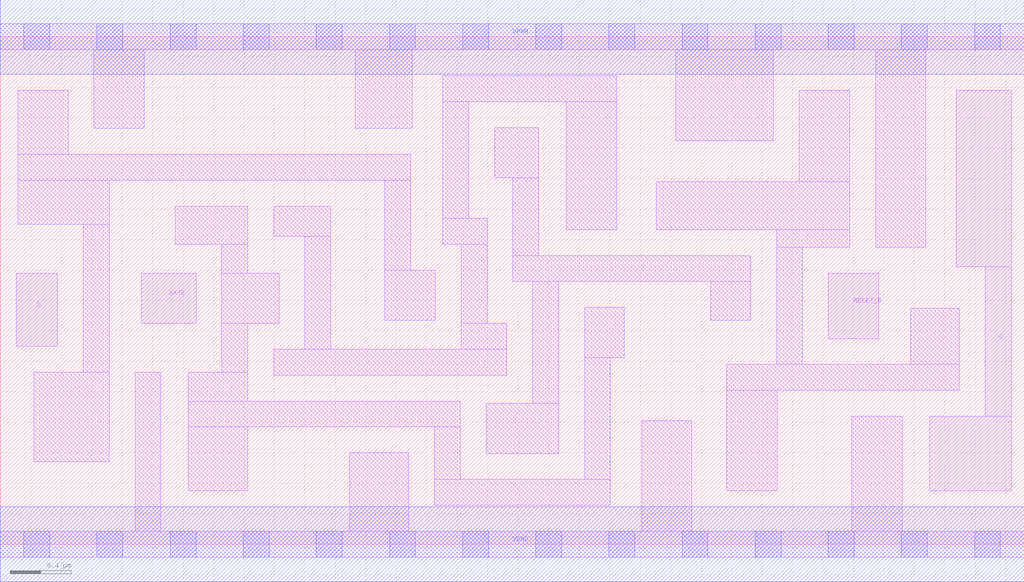
<source format=lef>
# Copyright 2020 The SkyWater PDK Authors
#
# Licensed under the Apache License, Version 2.0 (the "License");
# you may not use this file except in compliance with the License.
# You may obtain a copy of the License at
#
#     https://www.apache.org/licenses/LICENSE-2.0
#
# Unless required by applicable law or agreed to in writing, software
# distributed under the License is distributed on an "AS IS" BASIS,
# WITHOUT WARRANTIES OR CONDITIONS OF ANY KIND, either express or implied.
# See the License for the specific language governing permissions and
# limitations under the License.
#
# SPDX-License-Identifier: Apache-2.0

VERSION 5.7 ;
  NOWIREEXTENSIONATPIN ON ;
  DIVIDERCHAR "/" ;
  BUSBITCHARS "[]" ;
UNITS
  DATABASE MICRONS 200 ;
END UNITS
MACRO sky130_fd_sc_ms__dlrtp_1
  CLASS CORE ;
  FOREIGN sky130_fd_sc_ms__dlrtp_1 ;
  ORIGIN  0.000000  0.000000 ;
  SIZE  6.720000 BY  3.330000 ;
  SYMMETRY X Y ;
  SITE unit ;
  PIN D
    ANTENNAGATEAREA  0.233700 ;
    DIRECTION INPUT ;
    USE SIGNAL ;
    PORT
      LAYER li1 ;
        RECT 0.105000 1.300000 0.375000 1.780000 ;
    END
  END D
  PIN Q
    ANTENNADIFFAREA  0.524500 ;
    DIRECTION OUTPUT ;
    USE SIGNAL ;
    PORT
      LAYER li1 ;
        RECT 6.100000 0.350000 6.635000 0.840000 ;
        RECT 6.275000 1.820000 6.635000 2.980000 ;
        RECT 6.465000 0.840000 6.635000 1.820000 ;
    END
  END Q
  PIN RESET_B
    ANTENNAGATEAREA  0.291000 ;
    DIRECTION INPUT ;
    USE SIGNAL ;
    PORT
      LAYER li1 ;
        RECT 5.435000 1.350000 5.765000 1.780000 ;
    END
  END RESET_B
  PIN GATE
    ANTENNAGATEAREA  0.262200 ;
    DIRECTION INPUT ;
    USE CLOCK ;
    PORT
      LAYER li1 ;
        RECT 0.930000 1.450000 1.285000 1.780000 ;
    END
  END GATE
  PIN VGND
    DIRECTION INOUT ;
    USE GROUND ;
    PORT
      LAYER met1 ;
        RECT 0.000000 -0.245000 6.720000 0.245000 ;
    END
  END VGND
  PIN VPWR
    DIRECTION INOUT ;
    USE POWER ;
    PORT
      LAYER met1 ;
        RECT 0.000000 3.085000 6.720000 3.575000 ;
    END
  END VPWR
  OBS
    LAYER li1 ;
      RECT 0.000000 -0.085000 6.720000 0.085000 ;
      RECT 0.000000  3.245000 6.720000 3.415000 ;
      RECT 0.115000  2.100000 0.715000 2.390000 ;
      RECT 0.115000  2.390000 2.695000 2.560000 ;
      RECT 0.115000  2.560000 0.445000 2.980000 ;
      RECT 0.220000  0.540000 0.715000 1.130000 ;
      RECT 0.545000  1.130000 0.715000 2.100000 ;
      RECT 0.615000  2.730000 0.945000 3.245000 ;
      RECT 0.885000  0.085000 1.055000 1.130000 ;
      RECT 1.150000  1.970000 1.625000 2.220000 ;
      RECT 1.235000  0.350000 1.625000 0.770000 ;
      RECT 1.235000  0.770000 3.020000 0.940000 ;
      RECT 1.235000  0.940000 1.625000 1.130000 ;
      RECT 1.455000  1.130000 1.625000 1.450000 ;
      RECT 1.455000  1.450000 1.830000 1.780000 ;
      RECT 1.455000  1.780000 1.625000 1.970000 ;
      RECT 1.795000  1.110000 3.325000 1.280000 ;
      RECT 1.795000  2.020000 2.170000 2.220000 ;
      RECT 2.000000  1.280000 2.170000 2.020000 ;
      RECT 2.295000  0.085000 2.680000 0.600000 ;
      RECT 2.330000  2.730000 2.705000 3.245000 ;
      RECT 2.525000  1.470000 2.855000 1.800000 ;
      RECT 2.525000  1.800000 2.695000 2.390000 ;
      RECT 2.850000  0.255000 4.005000 0.425000 ;
      RECT 2.850000  0.425000 3.020000 0.770000 ;
      RECT 2.905000  1.970000 3.195000 2.140000 ;
      RECT 2.905000  2.140000 3.075000 2.905000 ;
      RECT 2.905000  2.905000 4.045000 3.075000 ;
      RECT 3.025000  1.280000 3.325000 1.450000 ;
      RECT 3.025000  1.450000 3.195000 1.970000 ;
      RECT 3.190000  0.595000 3.665000 0.925000 ;
      RECT 3.245000  2.405000 3.535000 2.735000 ;
      RECT 3.365000  1.725000 4.925000 1.895000 ;
      RECT 3.365000  1.895000 3.535000 2.405000 ;
      RECT 3.495000  0.925000 3.665000 1.725000 ;
      RECT 3.715000  2.065000 4.045000 2.905000 ;
      RECT 3.835000  0.425000 4.005000 1.225000 ;
      RECT 3.835000  1.225000 4.095000 1.555000 ;
      RECT 4.210000  0.085000 4.540000 0.810000 ;
      RECT 4.305000  2.065000 5.575000 2.380000 ;
      RECT 4.435000  2.650000 5.075000 3.245000 ;
      RECT 4.665000  1.470000 4.925000 1.725000 ;
      RECT 4.770000  0.350000 5.100000 1.010000 ;
      RECT 4.770000  1.010000 6.295000 1.180000 ;
      RECT 5.095000  1.180000 5.265000 1.950000 ;
      RECT 5.095000  1.950000 5.575000 2.065000 ;
      RECT 5.245000  2.380000 5.575000 2.980000 ;
      RECT 5.590000  0.085000 5.920000 0.840000 ;
      RECT 5.745000  1.950000 6.075000 3.245000 ;
      RECT 5.975000  1.180000 6.295000 1.550000 ;
    LAYER mcon ;
      RECT 0.155000 -0.085000 0.325000 0.085000 ;
      RECT 0.155000  3.245000 0.325000 3.415000 ;
      RECT 0.635000 -0.085000 0.805000 0.085000 ;
      RECT 0.635000  3.245000 0.805000 3.415000 ;
      RECT 1.115000 -0.085000 1.285000 0.085000 ;
      RECT 1.115000  3.245000 1.285000 3.415000 ;
      RECT 1.595000 -0.085000 1.765000 0.085000 ;
      RECT 1.595000  3.245000 1.765000 3.415000 ;
      RECT 2.075000 -0.085000 2.245000 0.085000 ;
      RECT 2.075000  3.245000 2.245000 3.415000 ;
      RECT 2.555000 -0.085000 2.725000 0.085000 ;
      RECT 2.555000  3.245000 2.725000 3.415000 ;
      RECT 3.035000 -0.085000 3.205000 0.085000 ;
      RECT 3.035000  3.245000 3.205000 3.415000 ;
      RECT 3.515000 -0.085000 3.685000 0.085000 ;
      RECT 3.515000  3.245000 3.685000 3.415000 ;
      RECT 3.995000 -0.085000 4.165000 0.085000 ;
      RECT 3.995000  3.245000 4.165000 3.415000 ;
      RECT 4.475000 -0.085000 4.645000 0.085000 ;
      RECT 4.475000  3.245000 4.645000 3.415000 ;
      RECT 4.955000 -0.085000 5.125000 0.085000 ;
      RECT 4.955000  3.245000 5.125000 3.415000 ;
      RECT 5.435000 -0.085000 5.605000 0.085000 ;
      RECT 5.435000  3.245000 5.605000 3.415000 ;
      RECT 5.915000 -0.085000 6.085000 0.085000 ;
      RECT 5.915000  3.245000 6.085000 3.415000 ;
      RECT 6.395000 -0.085000 6.565000 0.085000 ;
      RECT 6.395000  3.245000 6.565000 3.415000 ;
  END
END sky130_fd_sc_ms__dlrtp_1
END LIBRARY

</source>
